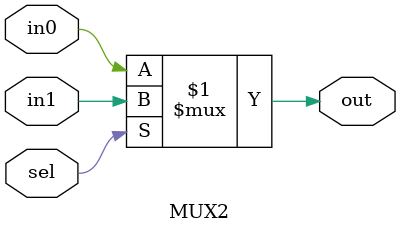
<source format=v>
module CSA_ADDER(
  output [31:0] sum,
  output cout,
  input [31:0] a,
  input [31:0] b,
  input cin // Carry-in
);

  wire [31:0] sum0, sum1; // sum with carry-in = 0 and 1
  wire [15:0] cout0, cout1; // carry-out for sum0 and sum1
  wire [15:0] c; // carry select signal

  // Generate carry for each group of 4 bits
  
  RCA4 rca0 (.sum(sum0[3:0]), .cout(cout0[0]), .a(a[3:0]), .b(b[3:0]), .cin(1'b0));
  RCA4 rca1 (.sum(sum1[3:0]), .cout(cout1[0]), .a(a[3:0]), .b(b[3:0]), .cin(1'b1));
  genvar i;
  generate
    for (i=1; i<8; i=i+1) begin : carrygen
      RCA4 rca0 (.sum(sum0[4*i+3:4*i]), .cout(cout0[i]), .a(a[4*i+3:4*i]), .b(b[4*i+3:4*i]), .cin(cout0[i-1]));
      RCA4 rca1 (.sum(sum1[4*i+3:4*i]), .cout(cout1[i]), .a(a[4*i+3:4*i]), .b(b[4*i+3:4*i]), .cin(cout1[i-1]));
    end
  endgenerate

  // Generate carry select logic with carry-in
  assign c = cin ? cout1 : cout0 ;
  // Select sum output based on carry-in
  // MUX2 mux (.out(sum[0]), .sel(cin), .in0(sum0[0]), .in1(sum1[0]));
  generate
    for (i=0; i<32; i=i+1) begin : sumsel
      MUX2 mux (.out(sum[i]), .sel(c[i/4]), .in0(sum0[i]), .in1(sum1[i]));
    end
  endgenerate

  // Generate carry-out
  assign cout = cin ? cout1[7] : cout0[7]; // carry-out based on carry-in

endmodule

module RCA4(
  output [3:0] sum,
  output cout,
  input [3:0] a,
  input [3:0] b,
  input cin
);

  assign {cout, sum} = a + b + cin;

endmodule

// 2-to-1 multiplexer
module MUX2(
  output out,
  input sel,
  input in0,
  input in1
);

  assign out = sel ? in1 : in0;

endmodule
</source>
